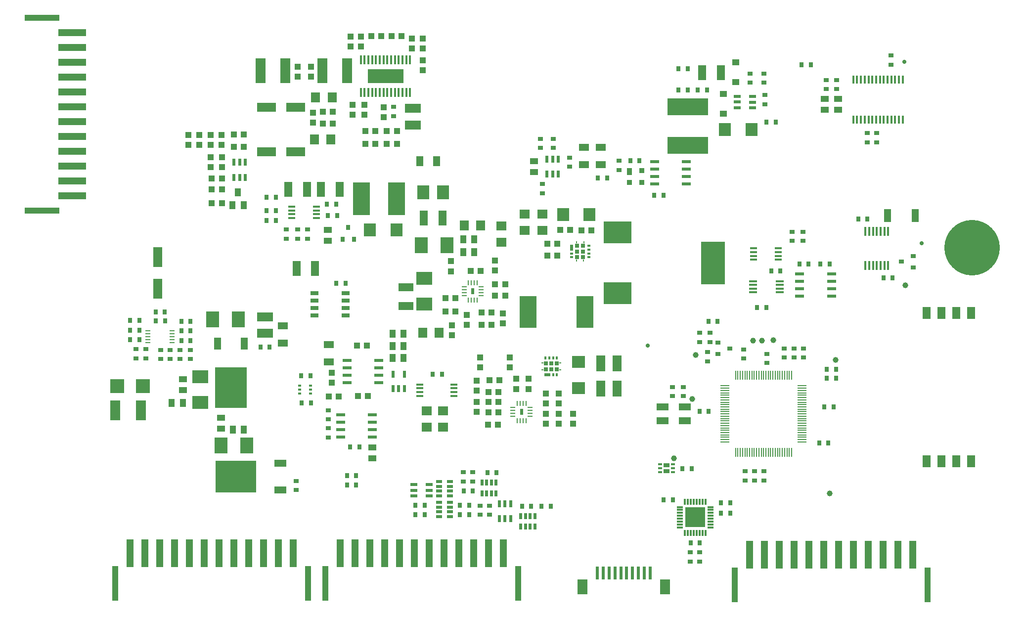
<source format=gtp>
G75*
%MOIN*%
%OFA0B0*%
%FSLAX25Y25*%
%IPPOS*%
%LPD*%
%AMOC8*
5,1,8,0,0,1.08239X$1,22.5*
%
%ADD10R,0.03800X0.03000*%
%ADD11R,0.03000X0.03800*%
%ADD12R,0.03937X0.01181*%
%ADD13R,0.01181X0.03937*%
%ADD14R,0.13386X0.13386*%
%ADD15R,0.01400X0.06000*%
%ADD16C,0.37402*%
%ADD17R,0.05118X0.08661*%
%ADD18R,0.03500X0.03100*%
%ADD19R,0.05512X0.01496*%
%ADD20C,0.02756*%
%ADD21R,0.02362X0.04724*%
%ADD22C,0.03937*%
%ADD23R,0.04724X0.01496*%
%ADD24R,0.06299X0.00945*%
%ADD25R,0.00945X0.06299*%
%ADD26R,0.07874X0.04724*%
%ADD27R,0.01969X0.03937*%
%ADD28R,0.05512X0.07874*%
%ADD29R,0.04724X0.02362*%
%ADD30R,0.03937X0.01969*%
%ADD31R,0.03937X0.03150*%
%ADD32R,0.03150X0.01654*%
%ADD33R,0.06000X0.02400*%
%ADD34R,0.06700X0.04500*%
%ADD35R,0.03300X0.03300*%
%ADD36R,0.03300X0.04700*%
%ADD37R,0.05500X0.04300*%
%ADD38R,0.03346X0.01102*%
%ADD39R,0.01102X0.03346*%
%ADD40R,0.02362X0.04331*%
%ADD41R,0.18500X0.15000*%
%ADD42R,0.16000X0.29000*%
%ADD43R,0.04331X0.03937*%
%ADD44R,0.03937X0.04331*%
%ADD45R,0.02165X0.03898*%
%ADD46R,0.02165X0.01339*%
%ADD47R,0.02756X0.02622*%
%ADD48R,0.00787X0.01181*%
%ADD49R,0.07087X0.06299*%
%ADD50R,0.06299X0.07087*%
%ADD51R,0.03898X0.02165*%
%ADD52R,0.01339X0.02165*%
%ADD53R,0.02622X0.02756*%
%ADD54R,0.01181X0.00787*%
%ADD55R,0.06299X0.10630*%
%ADD56R,0.11417X0.21260*%
%ADD57R,0.10630X0.06299*%
%ADD58R,0.05500X0.10200*%
%ADD59R,0.10200X0.05500*%
%ADD60R,0.10800X0.08500*%
%ADD61R,0.02362X0.01654*%
%ADD62R,0.21260X0.27559*%
%ADD63R,0.04724X0.07874*%
%ADD64R,0.27559X0.21260*%
%ADD65R,0.08500X0.10800*%
%ADD66R,0.04300X0.05500*%
%ADD67R,0.04724X0.01378*%
%ADD68R,0.03100X0.03500*%
%ADD69R,0.04724X0.01181*%
%ADD70R,0.11811X0.22047*%
%ADD71R,0.07900X0.09400*%
%ADD72R,0.07874X0.08661*%
%ADD73R,0.08661X0.07874*%
%ADD74R,0.04724X0.04331*%
%ADD75R,0.27559X0.11811*%
%ADD76R,0.01181X0.06299*%
%ADD77R,0.24291X0.09449*%
%ADD78R,0.06535X0.16614*%
%ADD79R,0.12598X0.06299*%
%ADD80R,0.02165X0.04724*%
%ADD81R,0.03937X0.05512*%
%ADD82R,0.01260X0.05512*%
%ADD83R,0.04500X0.06700*%
%ADD84R,0.09449X0.09449*%
%ADD85R,0.06700X0.13386*%
%ADD86R,0.02362X0.08661*%
%ADD87R,0.07087X0.10236*%
%ADD88R,0.03445X0.00984*%
%ADD89R,0.06299X0.13780*%
%ADD90R,0.05512X0.02500*%
%ADD91R,0.18504X0.05118*%
%ADD92R,0.23622X0.04331*%
%ADD93R,0.05118X0.18504*%
%ADD94R,0.04331X0.23622*%
D10*
X0202333Y0086317D03*
X0202333Y0092517D03*
X0224114Y0121864D03*
X0224114Y0128064D03*
X0224114Y0134031D03*
X0224114Y0140231D03*
X0130982Y0174657D03*
X0123982Y0174657D03*
X0117482Y0174657D03*
X0110982Y0174657D03*
X0100982Y0175157D03*
X0094482Y0175157D03*
X0094482Y0181357D03*
X0100982Y0181357D03*
X0110982Y0180857D03*
X0117482Y0180857D03*
X0123982Y0180857D03*
X0130982Y0180857D03*
X0195831Y0255811D03*
X0195831Y0262011D03*
X0203311Y0262011D03*
X0203311Y0255811D03*
X0210004Y0255811D03*
X0210004Y0262011D03*
X0368311Y0286484D03*
X0368311Y0292684D03*
X0386713Y0304331D03*
X0386713Y0310531D03*
X0375748Y0316980D03*
X0366874Y0316980D03*
X0366874Y0323180D03*
X0375748Y0323180D03*
X0420059Y0308420D03*
X0420059Y0302220D03*
X0518232Y0346433D03*
X0518232Y0352633D03*
X0517839Y0361000D03*
X0517839Y0367200D03*
X0508390Y0367200D03*
X0508390Y0361000D03*
X0559750Y0362837D03*
X0559750Y0356637D03*
X0566837Y0356637D03*
X0566837Y0362837D03*
X0603244Y0373248D03*
X0603244Y0379448D03*
X0593795Y0327086D03*
X0587496Y0327086D03*
X0587496Y0320886D03*
X0593795Y0320886D03*
X0544130Y0260499D03*
X0536650Y0260499D03*
X0536650Y0254299D03*
X0544130Y0254299D03*
X0481382Y0192357D03*
X0474382Y0192357D03*
X0474382Y0186157D03*
X0481382Y0186157D03*
X0479650Y0179405D03*
X0479650Y0173205D03*
X0504059Y0174976D03*
X0519807Y0172023D03*
X0519807Y0178223D03*
X0531382Y0175657D03*
X0531382Y0181857D03*
X0537882Y0181857D03*
X0537882Y0175657D03*
X0544382Y0175657D03*
X0544382Y0181857D03*
X0504059Y0181176D03*
X0463193Y0155822D03*
X0456106Y0155822D03*
X0456106Y0149622D03*
X0463193Y0149622D03*
X0505059Y0099090D03*
X0505059Y0092890D03*
X0511358Y0092890D03*
X0511358Y0099090D03*
X0517657Y0099090D03*
X0517657Y0092890D03*
X0474382Y0044357D03*
X0474382Y0038157D03*
X0467882Y0038157D03*
X0467882Y0044357D03*
X0332752Y0069657D03*
X0326252Y0069657D03*
X0326252Y0075857D03*
X0332752Y0075857D03*
X0321382Y0092157D03*
X0321382Y0098357D03*
X0314882Y0098357D03*
X0314882Y0092157D03*
X0268035Y0338441D03*
X0268035Y0344641D03*
D11*
X0405809Y0296793D03*
X0412009Y0296793D03*
X0427589Y0308470D03*
X0433789Y0308470D03*
X0443731Y0285242D03*
X0449931Y0285242D03*
X0541510Y0238903D03*
X0547710Y0238903D03*
X0555683Y0238903D03*
X0561883Y0238903D03*
X0598203Y0229454D03*
X0604403Y0229454D03*
X0528813Y0234179D03*
X0522613Y0234179D03*
X0519364Y0209375D03*
X0513164Y0209375D03*
X0486482Y0200257D03*
X0480282Y0200257D03*
X0560152Y0167757D03*
X0566352Y0167757D03*
X0566352Y0161757D03*
X0560152Y0161757D03*
X0558439Y0142446D03*
X0564639Y0142446D03*
X0561096Y0118037D03*
X0554896Y0118037D03*
X0480387Y0139297D03*
X0474187Y0139297D03*
X0468970Y0100714D03*
X0462770Y0100714D03*
X0456372Y0079848D03*
X0450172Y0079848D03*
X0488754Y0077879D03*
X0494954Y0077879D03*
X0494954Y0070793D03*
X0488754Y0070793D03*
X0474482Y0050757D03*
X0468282Y0050757D03*
X0373997Y0075320D03*
X0367797Y0075320D03*
X0360836Y0075320D03*
X0354636Y0075320D03*
X0321482Y0085757D03*
X0315282Y0085757D03*
X0312782Y0076257D03*
X0318982Y0076257D03*
X0318982Y0069757D03*
X0312782Y0069757D03*
X0288982Y0069757D03*
X0282782Y0069757D03*
X0282782Y0076257D03*
X0288982Y0076257D03*
X0242739Y0089713D03*
X0236539Y0089713D03*
X0236539Y0096040D03*
X0242739Y0096040D03*
X0244931Y0115478D03*
X0238731Y0115478D03*
X0212254Y0145005D03*
X0206054Y0145005D03*
X0205660Y0163509D03*
X0211860Y0163509D03*
X0184482Y0182757D03*
X0178282Y0182757D03*
X0131082Y0187257D03*
X0124882Y0187257D03*
X0124882Y0193757D03*
X0131082Y0193757D03*
X0131082Y0200257D03*
X0124882Y0200257D03*
X0113850Y0200301D03*
X0107650Y0200301D03*
X0096582Y0200757D03*
X0090382Y0200757D03*
X0107582Y0206557D03*
X0113782Y0206557D03*
X0096582Y0194257D03*
X0090382Y0194257D03*
X0090382Y0187757D03*
X0096582Y0187757D03*
X0229487Y0225727D03*
X0235687Y0225727D03*
X0188694Y0267966D03*
X0182494Y0267966D03*
X0182494Y0274659D03*
X0188694Y0274659D03*
X0188694Y0283714D03*
X0182494Y0283714D03*
X0223046Y0278990D03*
X0229246Y0278990D03*
X0230033Y0271509D03*
X0223833Y0271509D03*
X0460014Y0356226D03*
X0466214Y0356226D03*
X0473006Y0356226D03*
X0479206Y0356226D03*
X0466214Y0370399D03*
X0460014Y0370399D03*
X0519463Y0334572D03*
X0525663Y0334572D03*
X0543085Y0373155D03*
X0549285Y0373155D03*
X0581274Y0269218D03*
X0587474Y0269218D03*
X0300667Y0164466D03*
X0294467Y0164466D03*
X0331282Y0098257D03*
X0337482Y0098257D03*
D12*
X0460949Y0074927D03*
X0460949Y0072958D03*
X0460949Y0070990D03*
X0460949Y0069021D03*
X0460949Y0067053D03*
X0460949Y0065084D03*
X0460949Y0063116D03*
X0460949Y0061147D03*
X0481815Y0061147D03*
X0481815Y0063116D03*
X0481815Y0065084D03*
X0481815Y0067053D03*
X0481815Y0069021D03*
X0481815Y0070990D03*
X0481815Y0072958D03*
X0481815Y0074927D03*
D13*
X0478272Y0078470D03*
X0476303Y0078470D03*
X0474335Y0078470D03*
X0472366Y0078470D03*
X0470398Y0078470D03*
X0468429Y0078470D03*
X0466461Y0078470D03*
X0464492Y0078470D03*
X0464492Y0057604D03*
X0466461Y0057604D03*
X0468429Y0057604D03*
X0470398Y0057604D03*
X0472366Y0057604D03*
X0474335Y0057604D03*
X0476303Y0057604D03*
X0478272Y0057604D03*
D14*
X0471382Y0068037D03*
D15*
X0586144Y0237870D03*
X0588723Y0237870D03*
X0591262Y0237870D03*
X0593841Y0237870D03*
X0596380Y0237870D03*
X0598959Y0237870D03*
X0601498Y0237870D03*
X0601498Y0260845D03*
X0598959Y0260845D03*
X0596380Y0260845D03*
X0593841Y0260845D03*
X0591262Y0260845D03*
X0588723Y0260845D03*
X0586144Y0260845D03*
D16*
X0657996Y0249927D03*
D17*
X0619807Y0271580D03*
X0600909Y0271580D03*
D18*
X0618295Y0244178D03*
X0610295Y0240378D03*
X0618295Y0236578D03*
X0494673Y0181916D03*
X0486673Y0178116D03*
X0486673Y0185716D03*
D19*
X0510188Y0219748D03*
X0510188Y0222248D03*
X0510188Y0224748D03*
X0510188Y0227248D03*
X0528439Y0227248D03*
X0528439Y0224748D03*
X0528439Y0222248D03*
X0528439Y0219748D03*
D20*
X0439295Y0183785D03*
X0623857Y0252661D03*
X0612299Y0375167D03*
D21*
X0378988Y0309581D03*
X0375248Y0309581D03*
X0371508Y0309581D03*
X0371508Y0299295D03*
X0375238Y0299295D03*
X0378988Y0299295D03*
X0275205Y0164416D03*
X0267724Y0164416D03*
X0267724Y0154918D03*
X0271465Y0154918D03*
X0275205Y0154918D03*
X0339386Y0077270D03*
X0343126Y0077270D03*
X0346866Y0077270D03*
X0346866Y0066984D03*
X0343116Y0066984D03*
X0339386Y0066984D03*
D22*
X0457146Y0107913D03*
X0469201Y0147639D03*
X0471776Y0177486D03*
X0510502Y0187257D03*
X0516252Y0187257D03*
X0524138Y0187328D03*
X0565882Y0174257D03*
X0613114Y0224336D03*
X0561882Y0084257D03*
D23*
X0527308Y0241666D03*
X0527308Y0244225D03*
X0527308Y0246784D03*
X0527308Y0249343D03*
X0510674Y0249343D03*
X0510674Y0246784D03*
X0510674Y0244225D03*
X0510674Y0241666D03*
D24*
X0491461Y0156620D03*
X0491461Y0155045D03*
X0491461Y0153470D03*
X0491461Y0151895D03*
X0491461Y0150320D03*
X0491461Y0148745D03*
X0491461Y0147171D03*
X0491461Y0145596D03*
X0491461Y0144021D03*
X0491461Y0142446D03*
X0491461Y0140871D03*
X0491461Y0139297D03*
X0491461Y0137722D03*
X0491461Y0136147D03*
X0491461Y0134572D03*
X0491461Y0132997D03*
X0491461Y0131423D03*
X0491461Y0129848D03*
X0491461Y0128273D03*
X0491461Y0126698D03*
X0491461Y0125123D03*
X0491461Y0123549D03*
X0491461Y0121974D03*
X0491461Y0120399D03*
X0491461Y0118824D03*
X0543429Y0118824D03*
X0543429Y0120399D03*
X0543429Y0121974D03*
X0543429Y0123549D03*
X0543429Y0125123D03*
X0543429Y0126698D03*
X0543429Y0128273D03*
X0543429Y0129848D03*
X0543429Y0131423D03*
X0543429Y0132997D03*
X0543429Y0134572D03*
X0543429Y0136147D03*
X0543429Y0137722D03*
X0543429Y0139297D03*
X0543429Y0140871D03*
X0543429Y0142446D03*
X0543429Y0144021D03*
X0543429Y0145596D03*
X0543429Y0147171D03*
X0543429Y0148745D03*
X0543429Y0150320D03*
X0543429Y0151895D03*
X0543429Y0153470D03*
X0543429Y0155045D03*
X0543429Y0156620D03*
D25*
X0536343Y0163706D03*
X0534768Y0163706D03*
X0533193Y0163706D03*
X0531618Y0163706D03*
X0530043Y0163706D03*
X0528469Y0163706D03*
X0526894Y0163706D03*
X0525319Y0163706D03*
X0523744Y0163706D03*
X0522169Y0163706D03*
X0520594Y0163706D03*
X0519020Y0163706D03*
X0517445Y0163706D03*
X0515870Y0163706D03*
X0514295Y0163706D03*
X0512720Y0163706D03*
X0511146Y0163706D03*
X0509571Y0163706D03*
X0507996Y0163706D03*
X0506421Y0163706D03*
X0504846Y0163706D03*
X0503272Y0163706D03*
X0501697Y0163706D03*
X0500122Y0163706D03*
X0498547Y0163706D03*
X0498547Y0111738D03*
X0500122Y0111738D03*
X0501697Y0111738D03*
X0503272Y0111738D03*
X0504846Y0111738D03*
X0506421Y0111738D03*
X0507996Y0111738D03*
X0509571Y0111738D03*
X0511146Y0111738D03*
X0512720Y0111738D03*
X0514295Y0111738D03*
X0515870Y0111738D03*
X0517445Y0111738D03*
X0519020Y0111738D03*
X0520594Y0111738D03*
X0522169Y0111738D03*
X0523744Y0111738D03*
X0525319Y0111738D03*
X0526894Y0111738D03*
X0528469Y0111738D03*
X0530043Y0111738D03*
X0531618Y0111738D03*
X0533193Y0111738D03*
X0534768Y0111738D03*
X0536343Y0111738D03*
D26*
X0464295Y0132997D03*
X0449335Y0132997D03*
X0449335Y0142446D03*
X0464295Y0142446D03*
X0191614Y0104423D03*
X0191614Y0086470D03*
D27*
X0327657Y0084214D03*
X0330807Y0084214D03*
X0333957Y0084214D03*
X0337106Y0084214D03*
X0337106Y0091301D03*
X0333957Y0091301D03*
X0330807Y0091301D03*
X0327657Y0091301D03*
X0353768Y0068734D03*
X0356917Y0068734D03*
X0360067Y0068734D03*
X0363217Y0068734D03*
X0363217Y0061647D03*
X0360067Y0061647D03*
X0356917Y0061647D03*
X0353768Y0061647D03*
D28*
X0627248Y0105832D03*
X0637248Y0105832D03*
X0647248Y0105832D03*
X0657248Y0105832D03*
X0657248Y0205832D03*
X0647248Y0205832D03*
X0637248Y0205832D03*
X0627248Y0205832D03*
D29*
X0509990Y0344218D03*
X0509990Y0347948D03*
X0509990Y0351698D03*
X0499704Y0351698D03*
X0499704Y0347958D03*
X0499704Y0344218D03*
X0292025Y0089997D03*
X0292025Y0086247D03*
X0292025Y0082517D03*
X0281739Y0082517D03*
X0281739Y0086257D03*
X0281739Y0089997D03*
D30*
X0298839Y0088832D03*
X0298839Y0085682D03*
X0298839Y0082533D03*
X0298839Y0077982D03*
X0298839Y0074832D03*
X0298839Y0071682D03*
X0298839Y0068533D03*
X0305925Y0068533D03*
X0305925Y0071682D03*
X0305925Y0074832D03*
X0305925Y0077982D03*
X0305925Y0082533D03*
X0305925Y0085682D03*
X0305925Y0088832D03*
X0305925Y0091982D03*
X0298839Y0091982D03*
D31*
X0452091Y0099139D03*
X0452091Y0103076D03*
D32*
X0456421Y0103667D03*
X0456421Y0101108D03*
X0456421Y0098549D03*
X0447760Y0098549D03*
X0447760Y0101108D03*
X0447760Y0103667D03*
D33*
X0253812Y0122151D03*
X0253812Y0127151D03*
X0253812Y0132151D03*
X0253812Y0137151D03*
X0232212Y0137151D03*
X0232212Y0132151D03*
X0232212Y0127151D03*
X0232212Y0122151D03*
X0236543Y0158820D03*
X0236543Y0163820D03*
X0236543Y0168820D03*
X0236543Y0173820D03*
X0258143Y0173820D03*
X0258143Y0168820D03*
X0258143Y0163820D03*
X0258143Y0158820D03*
X0541684Y0217230D03*
X0541684Y0222230D03*
X0541684Y0227230D03*
X0541684Y0232230D03*
X0563284Y0232230D03*
X0563284Y0227230D03*
X0563284Y0222230D03*
X0563284Y0217230D03*
X0465505Y0292702D03*
X0465505Y0297702D03*
X0465505Y0302702D03*
X0465505Y0307702D03*
X0443905Y0307702D03*
X0443905Y0302702D03*
X0443905Y0297702D03*
X0443905Y0292702D03*
D34*
X0407839Y0305737D03*
X0396315Y0305737D03*
X0396315Y0317337D03*
X0407839Y0317337D03*
X0193382Y0197057D03*
X0193382Y0185457D03*
X0224304Y0184538D03*
X0224304Y0172938D03*
D35*
X0427126Y0293940D03*
X0435326Y0293940D03*
X0435326Y0301840D03*
D36*
X0427126Y0301040D03*
D37*
X0362831Y0300738D03*
X0362831Y0308138D03*
X0223783Y0261823D03*
X0223783Y0254423D03*
X0126161Y0161083D03*
X0126161Y0153683D03*
X0151815Y0135260D03*
X0151815Y0127860D03*
X0253579Y0115184D03*
X0253579Y0107784D03*
X0558569Y0342651D03*
X0558569Y0350051D03*
X0567624Y0350051D03*
X0567624Y0342651D03*
D38*
X0327134Y0223320D03*
X0327134Y0221352D03*
X0327134Y0219383D03*
X0327134Y0217415D03*
X0315520Y0217415D03*
X0315520Y0219383D03*
X0315520Y0221352D03*
X0315520Y0223320D03*
X0348441Y0142005D03*
X0348441Y0140037D03*
X0348441Y0138068D03*
X0348441Y0136100D03*
X0360055Y0136100D03*
X0360055Y0138068D03*
X0360055Y0140037D03*
X0360055Y0142005D03*
D39*
X0357201Y0144860D03*
X0355232Y0144860D03*
X0353264Y0144860D03*
X0351295Y0144860D03*
X0351295Y0133245D03*
X0353264Y0133245D03*
X0355232Y0133245D03*
X0357201Y0133245D03*
X0324280Y0214560D03*
X0322311Y0214560D03*
X0320343Y0214560D03*
X0318374Y0214560D03*
X0318374Y0226175D03*
X0320343Y0226175D03*
X0322311Y0226175D03*
X0324280Y0226175D03*
D40*
X0321327Y0220368D03*
X0354248Y0139053D03*
D41*
X0419033Y0218954D03*
X0419033Y0259954D03*
D42*
X0483283Y0239454D03*
D43*
X0343177Y0225092D03*
X0336484Y0225092D03*
X0336287Y0234344D03*
X0336287Y0241037D03*
X0326642Y0234147D03*
X0319949Y0234147D03*
X0306760Y0233950D03*
X0306760Y0240643D03*
X0309681Y0215923D03*
X0302988Y0215923D03*
X0303083Y0206824D03*
X0309776Y0206824D03*
X0317252Y0204604D03*
X0317252Y0197911D03*
X0327429Y0197927D03*
X0334122Y0197927D03*
X0326295Y0175864D03*
X0326295Y0169171D03*
X0323933Y0160116D03*
X0332791Y0160312D03*
X0339484Y0160312D03*
X0350705Y0161297D03*
X0350705Y0154604D03*
X0358972Y0154604D03*
X0358972Y0161297D03*
X0346374Y0169171D03*
X0346374Y0175864D03*
X0338697Y0152438D03*
X0332004Y0152438D03*
X0323933Y0153423D03*
X0332004Y0145745D03*
X0338697Y0145745D03*
X0379445Y0137675D03*
X0379445Y0130982D03*
X0388894Y0130982D03*
X0388894Y0137675D03*
X0226370Y0158749D03*
X0226370Y0165442D03*
X0152193Y0296557D03*
X0145500Y0296557D03*
X0152390Y0304234D03*
X0152390Y0310927D03*
X0220421Y0341328D03*
X0227114Y0341328D03*
X0240476Y0339375D03*
X0240476Y0346068D03*
X0248350Y0346068D03*
X0248350Y0339375D03*
X0261343Y0337801D03*
X0261343Y0344494D03*
X0287720Y0369297D03*
X0287720Y0375990D03*
X0273477Y0392322D03*
X0266784Y0392322D03*
X0259577Y0392330D03*
X0252884Y0392330D03*
D44*
X0245988Y0392131D03*
X0245988Y0385438D03*
X0238902Y0385438D03*
X0238902Y0392131D03*
X0212445Y0371848D03*
X0203390Y0371848D03*
X0203390Y0365155D03*
X0212445Y0365155D03*
X0213594Y0340950D03*
X0213594Y0334257D03*
X0220421Y0333454D03*
X0227114Y0333454D03*
X0248941Y0328549D03*
X0255634Y0328549D03*
X0263508Y0328549D03*
X0270201Y0328549D03*
X0270201Y0319887D03*
X0263508Y0319887D03*
X0255634Y0319887D03*
X0248941Y0319887D03*
X0166941Y0317816D03*
X0160248Y0317816D03*
X0151996Y0319194D03*
X0144516Y0319194D03*
X0137035Y0319194D03*
X0129555Y0319194D03*
X0129555Y0325887D03*
X0137035Y0325887D03*
X0144516Y0325887D03*
X0151996Y0325887D03*
X0160248Y0326084D03*
X0166941Y0326084D03*
X0144516Y0310927D03*
X0144516Y0304234D03*
X0145500Y0289076D03*
X0152193Y0289076D03*
X0152193Y0279627D03*
X0145500Y0279627D03*
X0327429Y0206194D03*
X0334122Y0206194D03*
X0341799Y0205604D03*
X0341799Y0198911D03*
X0307217Y0197572D03*
X0307217Y0190879D03*
X0250157Y0183781D03*
X0243465Y0183781D03*
X0243921Y0149753D03*
X0250614Y0149753D03*
X0231004Y0149336D03*
X0224311Y0149336D03*
X0323933Y0145942D03*
X0323933Y0139249D03*
X0332004Y0138659D03*
X0338697Y0138659D03*
X0338303Y0130391D03*
X0331610Y0130391D03*
X0370783Y0130982D03*
X0370783Y0137675D03*
X0370783Y0144761D03*
X0379445Y0144761D03*
X0379445Y0151454D03*
X0370783Y0151454D03*
X0343177Y0217612D03*
X0336484Y0217612D03*
X0371543Y0244332D03*
X0378236Y0244332D03*
X0378236Y0252600D03*
X0371543Y0252600D03*
X0380205Y0261773D03*
X0386898Y0261773D03*
X0394772Y0261379D03*
X0401465Y0261379D03*
X0287720Y0384257D03*
X0280240Y0384257D03*
X0280240Y0390950D03*
X0287720Y0390950D03*
D45*
X0387980Y0249765D03*
D46*
X0387980Y0245927D03*
X0387980Y0243368D03*
X0399594Y0243368D03*
X0399594Y0245927D03*
X0399594Y0248486D03*
X0399594Y0251045D03*
D47*
X0395756Y0251009D03*
X0395756Y0247206D03*
X0395756Y0243403D03*
X0391819Y0243403D03*
X0391819Y0247206D03*
X0391819Y0251009D03*
D48*
X0391465Y0253308D03*
X0396189Y0253308D03*
X0396110Y0241104D03*
X0391386Y0241104D03*
D49*
X0368441Y0261466D03*
X0356236Y0261466D03*
X0340638Y0264490D03*
X0356236Y0272490D03*
X0368441Y0272490D03*
X0340638Y0253466D03*
X0301366Y0139812D03*
X0290189Y0139919D03*
X0290189Y0128895D03*
X0301366Y0128789D03*
D50*
X0298644Y0192477D03*
X0287620Y0192477D03*
X0315815Y0264856D03*
X0326839Y0264856D03*
X0225736Y0322824D03*
X0214713Y0322824D03*
X0215500Y0351171D03*
X0226524Y0351171D03*
D51*
X0371768Y0163954D03*
D52*
X0375606Y0163954D03*
X0378165Y0163954D03*
X0378165Y0175568D03*
X0375606Y0175568D03*
X0373047Y0175568D03*
X0370488Y0175568D03*
D53*
X0370524Y0171730D03*
X0374327Y0171730D03*
X0378130Y0171730D03*
X0378130Y0167793D03*
X0374327Y0167793D03*
X0370524Y0167793D03*
D54*
X0368224Y0167438D03*
X0368224Y0172163D03*
X0380429Y0172084D03*
X0380429Y0167360D03*
D55*
X0407791Y0171730D03*
X0418815Y0171730D03*
X0418815Y0154801D03*
X0407791Y0154801D03*
D56*
X0396965Y0206301D03*
X0358776Y0206301D03*
D57*
X0181382Y0203269D03*
X0181382Y0192245D03*
X0280862Y0332596D03*
X0280862Y0343620D03*
D58*
X0231658Y0289226D03*
X0219058Y0289226D03*
X0209611Y0289226D03*
X0197011Y0289226D03*
X0288350Y0269934D03*
X0300950Y0269934D03*
X0215123Y0235832D03*
X0202523Y0235832D03*
X0476106Y0367643D03*
X0488706Y0367643D03*
D59*
X0276185Y0223086D03*
X0276185Y0210486D03*
D60*
X0288732Y0211771D03*
X0288750Y0229171D03*
X0137543Y0162759D03*
X0137525Y0145359D03*
D61*
X0204626Y0151501D03*
X0204626Y0154060D03*
X0204626Y0156620D03*
X0212106Y0156620D03*
X0212106Y0154060D03*
X0212106Y0151501D03*
D62*
X0158480Y0155316D03*
D63*
X0149504Y0185238D03*
X0167457Y0185238D03*
D64*
X0161693Y0095446D03*
D65*
X0169171Y0116344D03*
X0151771Y0116362D03*
X0145983Y0201362D03*
X0163383Y0201344D03*
X0286731Y0251442D03*
X0304131Y0251424D03*
D66*
X0314956Y0255458D03*
X0322356Y0255458D03*
X0322356Y0246712D03*
X0314956Y0246712D03*
X0274706Y0191670D03*
X0267306Y0191670D03*
X0267306Y0183516D03*
X0274706Y0183516D03*
X0274665Y0175446D03*
X0267265Y0175446D03*
X0167031Y0127190D03*
X0159631Y0127190D03*
X0125885Y0145037D03*
X0118485Y0145037D03*
D67*
X0285783Y0149891D03*
X0285783Y0152450D03*
X0285783Y0155009D03*
X0285783Y0157568D03*
X0308815Y0157568D03*
X0308815Y0155009D03*
X0308815Y0152450D03*
X0308815Y0149891D03*
D68*
X0241263Y0255305D03*
X0233663Y0255305D03*
X0237463Y0263305D03*
D69*
X0216088Y0269768D03*
X0216088Y0272327D03*
X0216088Y0274886D03*
X0216088Y0277445D03*
X0199454Y0277445D03*
X0199454Y0274886D03*
X0199454Y0272327D03*
X0199454Y0269768D03*
D70*
X0246224Y0282927D03*
X0269846Y0282927D03*
D71*
X0287950Y0287257D03*
X0301350Y0287257D03*
D72*
X0269846Y0261667D03*
X0252130Y0261667D03*
X0382370Y0272009D03*
X0400087Y0272009D03*
X0491461Y0329454D03*
X0509177Y0329454D03*
D73*
X0392831Y0172911D03*
X0392831Y0155194D03*
D74*
X0490280Y0340084D03*
X0490280Y0353470D03*
X0498547Y0361344D03*
X0498547Y0374730D03*
D75*
X0466264Y0344808D03*
X0466264Y0318824D03*
D76*
X0279157Y0354533D03*
X0276598Y0354533D03*
X0274039Y0354533D03*
X0271480Y0354533D03*
X0268921Y0354533D03*
X0266362Y0354533D03*
X0263803Y0354533D03*
X0261244Y0354533D03*
X0258685Y0354533D03*
X0256126Y0354533D03*
X0253567Y0354533D03*
X0251008Y0354533D03*
X0248449Y0354533D03*
X0245890Y0354533D03*
X0245890Y0376580D03*
X0248449Y0376580D03*
X0251008Y0376580D03*
X0253567Y0376580D03*
X0256126Y0376580D03*
X0258685Y0376580D03*
X0261244Y0376580D03*
X0263803Y0376580D03*
X0266362Y0376580D03*
X0268921Y0376580D03*
X0271480Y0376580D03*
X0274039Y0376580D03*
X0276598Y0376580D03*
X0279157Y0376580D03*
D77*
X0262524Y0365557D03*
D78*
X0236728Y0369013D03*
X0220035Y0369013D03*
X0195138Y0369013D03*
X0178445Y0369013D03*
D79*
X0182319Y0344478D03*
X0202004Y0344478D03*
X0202004Y0314557D03*
X0182319Y0314557D03*
D80*
X0167941Y0307336D03*
X0164201Y0307336D03*
X0160461Y0307336D03*
X0160461Y0297100D03*
X0164201Y0297100D03*
X0167941Y0297100D03*
D81*
X0163114Y0287112D03*
X0159374Y0278450D03*
X0166854Y0278450D03*
D82*
X0577949Y0335994D03*
X0580508Y0335994D03*
X0583067Y0335994D03*
X0585626Y0335994D03*
X0588185Y0335994D03*
X0590744Y0335994D03*
X0593303Y0335994D03*
X0595862Y0335994D03*
X0598421Y0335994D03*
X0600980Y0335994D03*
X0603539Y0335994D03*
X0606098Y0335994D03*
X0608657Y0335994D03*
X0611217Y0335994D03*
X0611217Y0363159D03*
X0608657Y0363159D03*
X0606098Y0363159D03*
X0603539Y0363159D03*
X0600980Y0363159D03*
X0598421Y0363159D03*
X0595862Y0363159D03*
X0593303Y0363159D03*
X0590744Y0363159D03*
X0588185Y0363159D03*
X0585626Y0363159D03*
X0583067Y0363159D03*
X0580508Y0363159D03*
X0577949Y0363159D03*
D83*
X0297127Y0308234D03*
X0285527Y0308234D03*
D84*
X0099150Y0156317D03*
X0081827Y0156317D03*
D85*
X0080199Y0140145D03*
X0097799Y0140145D03*
D86*
X0405465Y0030415D03*
X0409402Y0030415D03*
X0413339Y0030415D03*
X0417276Y0030415D03*
X0421213Y0030415D03*
X0425150Y0030415D03*
X0429087Y0030415D03*
X0433024Y0030415D03*
X0436961Y0030415D03*
X0440898Y0030415D03*
D87*
X0451134Y0020966D03*
X0395228Y0020966D03*
D88*
X0118677Y0185934D03*
X0118677Y0187903D03*
X0118677Y0189871D03*
X0118677Y0191840D03*
X0118677Y0193808D03*
X0102437Y0193808D03*
X0102437Y0191840D03*
X0102437Y0189871D03*
X0102437Y0187903D03*
X0102437Y0185934D03*
D89*
X0109087Y0222060D03*
X0109087Y0243320D03*
D90*
X0214781Y0219005D03*
X0214781Y0214005D03*
X0214781Y0209005D03*
X0214781Y0204005D03*
X0235648Y0204005D03*
X0235648Y0209005D03*
X0235648Y0214005D03*
X0235648Y0219005D03*
D91*
X0051205Y0284757D03*
X0051205Y0294757D03*
X0051205Y0304757D03*
X0051205Y0314757D03*
X0051205Y0324757D03*
X0051205Y0334757D03*
X0051205Y0344757D03*
X0051205Y0354757D03*
X0051205Y0364757D03*
X0051205Y0374757D03*
X0051205Y0384757D03*
X0051205Y0394757D03*
D92*
X0030929Y0404757D03*
X0030929Y0274757D03*
D93*
X0090282Y0043680D03*
X0100282Y0043680D03*
X0110282Y0043680D03*
X0120282Y0043680D03*
X0130282Y0043680D03*
X0140282Y0043680D03*
X0150282Y0043680D03*
X0160282Y0043680D03*
X0170282Y0043680D03*
X0180282Y0043680D03*
X0190282Y0043680D03*
X0200282Y0043680D03*
X0231982Y0043680D03*
X0241982Y0043680D03*
X0251982Y0043680D03*
X0261982Y0043680D03*
X0271982Y0043680D03*
X0281982Y0043680D03*
X0291982Y0043680D03*
X0301982Y0043680D03*
X0311982Y0043680D03*
X0321982Y0043680D03*
X0331982Y0043680D03*
X0341982Y0043680D03*
X0507982Y0042780D03*
X0517982Y0042780D03*
X0527982Y0042780D03*
X0537982Y0042780D03*
X0547982Y0042780D03*
X0557982Y0042780D03*
X0567982Y0042780D03*
X0577982Y0042780D03*
X0587982Y0042780D03*
X0597982Y0042780D03*
X0607982Y0042780D03*
X0617982Y0042780D03*
D94*
X0080282Y0023405D03*
X0210282Y0023405D03*
X0221982Y0023405D03*
X0351982Y0023405D03*
X0497982Y0022505D03*
X0627982Y0022505D03*
M02*

</source>
